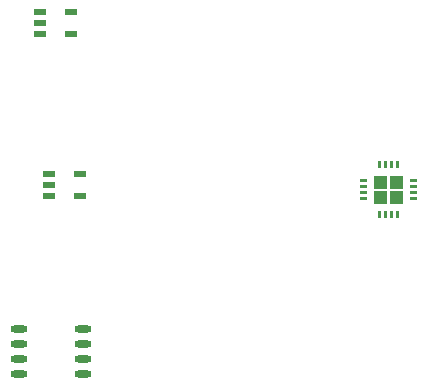
<source format=gtp>
G04*
G04 #@! TF.GenerationSoftware,Altium Limited,Altium Designer,20.0.9 (164)*
G04*
G04 Layer_Color=8421504*
%FSLAX25Y25*%
%MOIN*%
G70*
G01*
G75*
%ADD14R,0.04150X0.02200*%
%ADD15O,0.05709X0.02362*%
G36*
X144500Y84047D02*
Y83047D01*
X146900D01*
Y84047D01*
X144500D01*
D02*
G37*
G36*
Y86016D02*
Y85016D01*
X146900D01*
Y86016D01*
X144500D01*
D02*
G37*
G36*
X150547Y79400D02*
Y77000D01*
X151547D01*
Y79400D01*
X150547D01*
D02*
G37*
G36*
X152516D02*
Y77000D01*
X153516D01*
Y79400D01*
X152516D01*
D02*
G37*
G36*
X149306Y86106D02*
Y81806D01*
X153606D01*
Y86106D01*
X149306D01*
D02*
G37*
G36*
X153516Y93600D02*
X152516D01*
Y96000D01*
X153516D01*
Y93600D01*
D02*
G37*
G36*
X151547D02*
X150547D01*
Y96000D01*
X151547D01*
Y93600D01*
D02*
G37*
G36*
X146900Y88953D02*
X144500D01*
Y89953D01*
X146900D01*
Y88953D01*
D02*
G37*
G36*
Y86984D02*
X144500D01*
Y87984D01*
X146900D01*
Y86984D01*
D02*
G37*
G36*
X153606Y86893D02*
X149306D01*
Y91193D01*
X153606D01*
Y86893D01*
D02*
G37*
G36*
X154484Y79400D02*
Y77000D01*
X155484D01*
Y79400D01*
X154484D01*
D02*
G37*
G36*
X156453D02*
Y77000D01*
X157453D01*
Y79400D01*
X156453D01*
D02*
G37*
G36*
X154393Y86106D02*
Y81806D01*
X158694D01*
Y86106D01*
X154393D01*
D02*
G37*
G36*
X161100Y84047D02*
Y83047D01*
X163500D01*
Y84047D01*
X161100D01*
D02*
G37*
G36*
Y86016D02*
Y85016D01*
X163500D01*
Y86016D01*
X161100D01*
D02*
G37*
G36*
X157453Y93600D02*
X156453D01*
Y96000D01*
X157453D01*
Y93600D01*
D02*
G37*
G36*
X155484D02*
X154484D01*
Y96000D01*
X155484D01*
Y93600D01*
D02*
G37*
G36*
X158694Y86893D02*
X154393D01*
Y91193D01*
X158694D01*
Y86893D01*
D02*
G37*
G36*
X161100Y87984D02*
Y86984D01*
X163500D01*
Y87984D01*
X161100D01*
D02*
G37*
G36*
Y89953D02*
Y88953D01*
X163500D01*
Y89953D01*
X161100D01*
D02*
G37*
D14*
X51225Y91740D02*
D03*
Y84260D02*
D03*
X40775D02*
D03*
Y88000D02*
D03*
Y91740D02*
D03*
X48225Y145740D02*
D03*
Y138260D02*
D03*
X37775D02*
D03*
Y142000D02*
D03*
Y145740D02*
D03*
D15*
X52228Y40000D02*
D03*
Y35000D02*
D03*
Y30000D02*
D03*
Y25000D02*
D03*
X30772D02*
D03*
Y30000D02*
D03*
Y35000D02*
D03*
Y40000D02*
D03*
M02*

</source>
